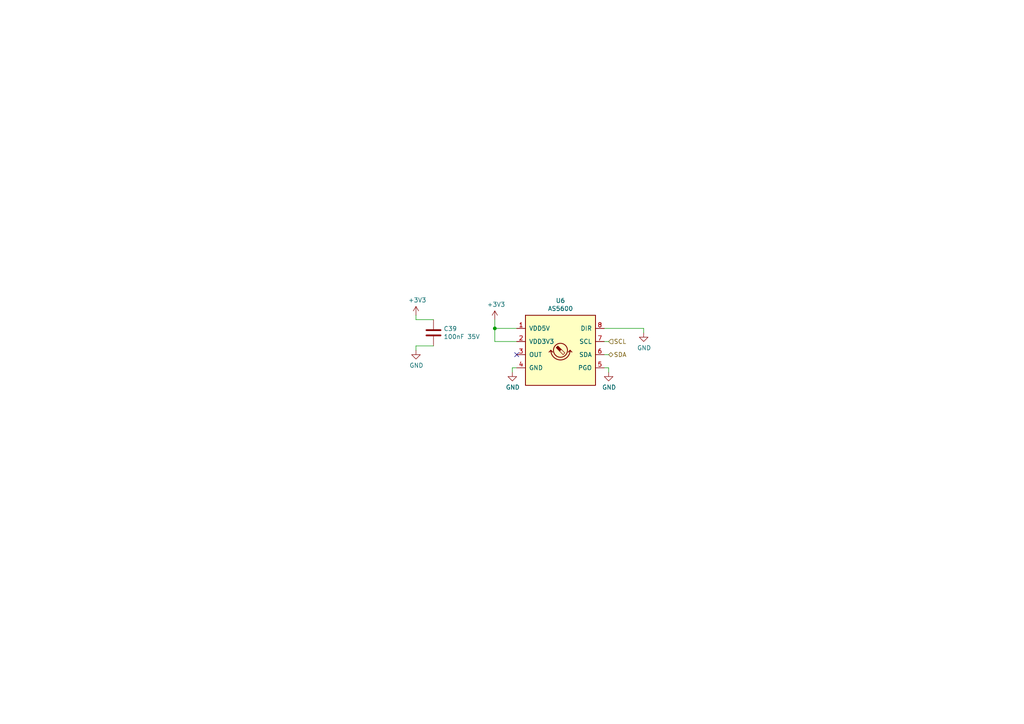
<source format=kicad_sch>
(kicad_sch (version 20211123) (generator eeschema)
  (paper "A4")
  (lib_symbols
    (symbol "Device:C" (pin_numbers hide) (pin_names (offset 0.254))
      (property "Reference" "C" (at 0.635 2.54 0))
      (property "Value" "C" (at 0.635 -2.54 0))
      (symbol "C_0_1"
        (polyline (pts (xy -2.032 -0.762) (xy 2.032 -0.762)) (stroke (width 0.508)))
        (polyline (pts (xy -2.032 0.762) (xy 2.032 0.762)) (stroke (width 0.508)))
      )
      (symbol "C_1_1"
        (pin passive line (at 0 3.81 270) (length 2.794) (name "~") (number "1"))
        (pin passive line (at 0 -3.81 90) (length 2.794) (name "~") (number "2"))
      )
    )
    (symbol "ams:AS5600" (pin_names (offset 1.016))
      (property "Reference" "U" (at 0 12.7 0))
      (property "Value" "AS5600" (at 0 -12.7 0))
      (symbol "AS5600_1_1"
        (rectangle (start -10.16 10.16) (end 10.16 -10.16) (stroke (width 0.254)) (fill (type background)))
        (arc (start -2.794 0) (mid 0 -2.794) (end 2.794 0) (stroke (width 0.254)))
        (polyline (pts (xy -2.794 0) (xy -3.302 -0.508)) (stroke (width 0.254)))
        (polyline (pts (xy -2.794 0) (xy -2.286 -0.508)) (stroke (width 0.254)))
        (polyline (pts (xy 2.794 0) (xy 2.286 -0.508)) (stroke (width 0.254)))
        (polyline (pts (xy 2.794 0) (xy 3.302 -0.508)) (stroke (width 0.254)))
        (polyline (pts (xy 0.254 0.254) (xy 1.27 -0.762) (xy 0.762 -1.27) (xy -0.254 -0.254)))
        (polyline (pts (xy -0.762 1.27) (xy 0.254 0.254) (xy -0.254 -0.254) (xy -1.27 0.762) (xy -1.016 1.016) (xy -0.762 1.27) (xy -0.635 1.143)) (fill (type outline)))
        (circle (center 0 0) (radius 2.032) (stroke (width 0.254)))
        (pin power_in line (at -12.7 6.35 0) (length 2.54) (name "VDD5V") (number "1"))
        (pin power_in line (at -12.7 2.54 0) (length 2.54) (name "VDD3V3") (number "2"))
        (pin bidirectional line (at -12.7 -1.27 0) (length 2.54) (name "OUT") (number "3"))
        (pin power_in line (at -12.7 -5.08 0) (length 2.54) (name "GND") (number "4"))
        (pin input line (at 12.7 -5.08 180) (length 2.54) (name "PGO") (number "5"))
        (pin bidirectional line (at 12.7 -1.27 180) (length 2.54) (name "SDA") (number "6"))
        (pin input line (at 12.7 2.54 180) (length 2.54) (name "SCL") (number "7"))
        (pin input line (at 12.7 6.35 180) (length 2.54) (name "DIR") (number "8"))
      )
    )
    (symbol "power:+3V3" (power) (pin_names (offset 0))
      (property "Value" "+3V3" (at 0 3.556 0))
      (symbol "+3V3_0_1"
        (polyline (pts (xy -0.762 1.27) (xy 0 2.54)))
        (polyline (pts (xy 0 0) (xy 0 2.54)))
        (polyline (pts (xy 0 2.54) (xy 0.762 1.27)))
      )
      (symbol "+3V3_1_1"
        (pin power_in line (at 0 0 90) (length 0) hide (name "+3V3") (number "1"))
      )
    )
    (symbol "power:GND" (power) (pin_names (offset 0))
      (property "Value" "GND" (at 0 -3.81 0))
      (symbol "GND_0_1"
        (polyline (pts (xy 0 0) (xy 0 -1.27) (xy 1.27 -1.27) (xy 0 -2.54) (xy -1.27 -1.27) (xy 0 -1.27)))
      )
      (symbol "GND_1_1"
        (pin power_in line (at 0 0 270) (length 0) hide (name "GND") (number "1"))
      )
    )
  )
  (junction (at 143.51 95.25))
  (no_connect (at 149.86 102.87))
  (wire (pts (xy 176.53 102.87) (xy 175.26 102.87)))
  (wire (pts (xy 175.26 106.68) (xy 176.53 106.68)))
  (wire (pts (xy 120.65 92.71) (xy 120.65 91.44)))
  (wire (pts (xy 120.65 92.71) (xy 125.73 92.71)))
  (wire (pts (xy 176.53 99.06) (xy 175.26 99.06)))
  (wire (pts (xy 120.65 100.33) (xy 125.73 100.33)))
  (wire (pts (xy 143.51 95.25) (xy 149.86 95.25)))
  (wire (pts (xy 175.26 95.25) (xy 186.69 95.25)))
  (wire (pts (xy 120.65 100.33) (xy 120.65 101.6)))
  (wire (pts (xy 186.69 96.52) (xy 186.69 95.25)))
  (wire (pts (xy 143.51 99.06) (xy 143.51 95.25)))
  (wire (pts (xy 148.59 106.68) (xy 149.86 106.68)))
  (wire (pts (xy 148.59 106.68) (xy 148.59 107.95)))
  (wire (pts (xy 143.51 92.71) (xy 143.51 95.25)))
  (wire (pts (xy 176.53 106.68) (xy 176.53 107.95)))
  (wire (pts (xy 149.86 99.06) (xy 143.51 99.06)))
  (hierarchical_label "SDA" (shape bidirectional) (at 176.53 102.87 0))
  (hierarchical_label "SCL" (shape input) (at 176.53 99.06 0))
  (symbol (lib_id "ams:AS5600") (at 162.56 101.6 0) (unit 1)
    (property "Reference" "U6" (at 162.56 87.1982 0))
    (property "Value" "AS5600" (at 162.56 89.5096 0))
    (property "Footprint" "Package_SO:SOIC-8_3.9x4.9mm_P1.27mm" (effects hide))
  )
  (symbol (lib_id "power:+3V3") (at 143.51 92.71 0) (unit 1)
    (property "Reference" "#PWR0182" (effects hide))
    (property "Value" "+3V3" (at 143.891 88.3158 0))
  )
  (symbol (lib_id "Device:C") (at 125.73 96.52 0) (unit 1)
    (property "Reference" "C39" (at 128.651 95.3516 0) (effects (justify left)))
    (property "Value" "100nF 35V" (at 128.651 97.663 0) (effects (justify left)))
    (property "Footprint" "Capacitor_SMD:C_0603_1608Metric" (effects hide))
  )
  (symbol (lib_id "power:+3V3") (at 120.65 91.44 0) (unit 1)
    (property "Reference" "#PWR0183" (effects hide))
    (property "Value" "+3V3" (at 121.031 87.0458 0))
  )
  (symbol (lib_id "power:GND") (at 120.65 101.6 0) (unit 1)
    (property "Reference" "#PWR0184" (effects hide))
    (property "Value" "GND" (at 120.777 105.9942 0))
  )
  (symbol (lib_id "power:GND") (at 148.59 107.95 0) (unit 1)
    (property "Reference" "#PWR0185" (effects hide))
    (property "Value" "GND" (at 148.717 112.3442 0))
  )
  (symbol (lib_id "power:GND") (at 176.53 107.95 0) (unit 1)
    (property "Reference" "#PWR0186" (effects hide))
    (property "Value" "GND" (at 176.657 112.3442 0))
  )
  (symbol (lib_id "power:GND") (at 186.69 96.52 0) (unit 1)
    (property "Reference" "#PWR0187" (effects hide))
    (property "Value" "GND" (at 186.817 100.9142 0))
  )
)
</source>
